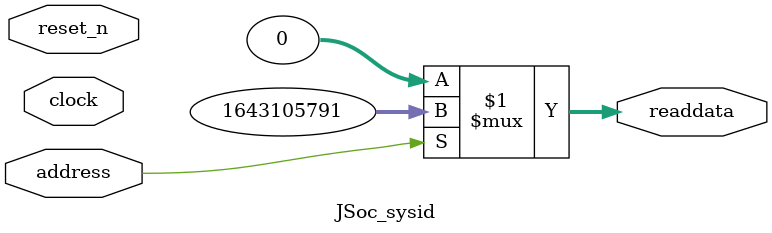
<source format=v>

`timescale 1ns / 1ps
// synthesis translate_on

// turn off superfluous verilog processor warnings 
// altera message_level Level1 
// altera message_off 10034 10035 10036 10037 10230 10240 10030 

module JSoc_sysid (
               // inputs:
                address,
                clock,
                reset_n,

               // outputs:
                readdata
             )
;

  output  [ 31: 0] readdata;
  input            address;
  input            clock;
  input            reset_n;

  wire    [ 31: 0] readdata;
  //control_slave, which is an e_avalon_slave
  assign readdata = address ? 1643105791 : 0;

endmodule




</source>
